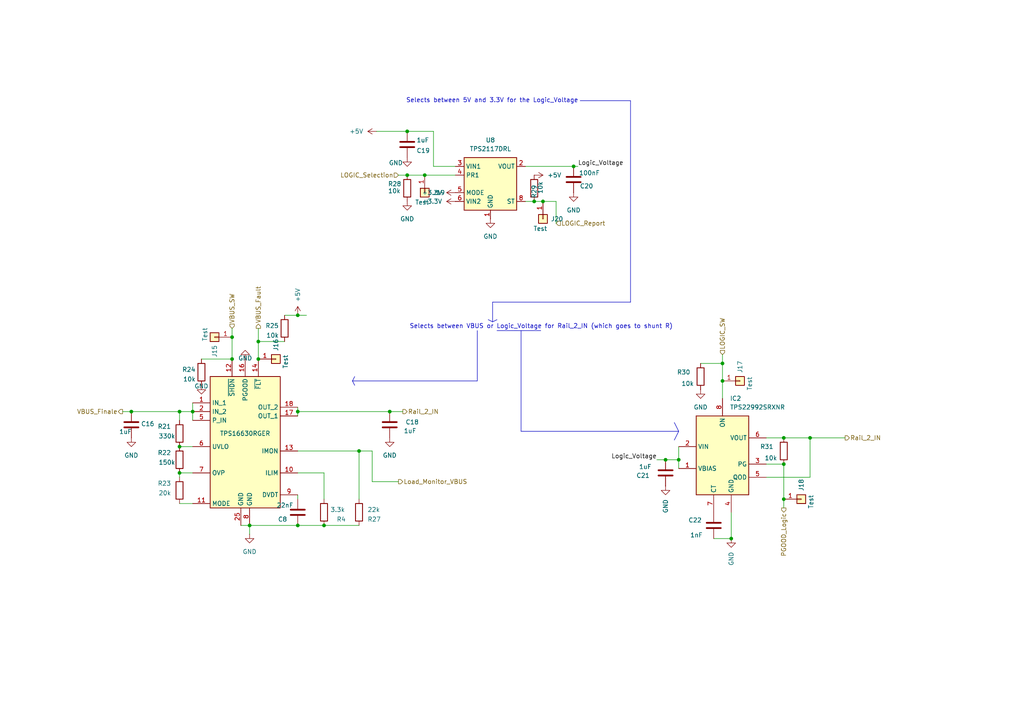
<source format=kicad_sch>
(kicad_sch (version 20250114) (generator "eeschema") (generator_version "9.0")
  (paper "A4")
  (title_block (title "USB PD PPS for breadboards") (date "2025-05-01") (rev "V1") (comment 1 "Licensed under CC BY-NC-SA 4.0 (c) 2025 Shinui"))
  (lib_symbols
    (symbol "Connector_Generic:Conn_01x01" (pin_names (offset 1.016) (hide yes))
      (property "Reference" "J" (at 0 2.54 0))
      (property "Value" "Conn_01x01" (at 0 -2.54 0))
      (symbol "Conn_01x01_1_1"
        (rectangle (start -1.27 1.27) (end 1.27 -1.27) (stroke (width 0.254)) (fill (type background)))
        (rectangle (start -1.27 0.127) (end 0 -0.127) (stroke (width 0.1524)))
        (pin passive line (at -5.08 0 0) (length 3.81) (name "Pin_1") (number "1"))
      )
    )
    (symbol "Device:C" (pin_numbers (hide yes)) (pin_names (offset 0.254))
      (property "Reference" "C" (at 0.635 2.54 0))
      (property "Value" "C" (at 0.635 -2.54 0))
      (symbol "C_0_1"
        (polyline (pts (xy -2.032 0.762) (xy 2.032 0.762)) (stroke (width 0.508)))
        (polyline (pts (xy -2.032 -0.762) (xy 2.032 -0.762)) (stroke (width 0.508)))
      )
      (symbol "C_1_1"
        (pin passive line (at 0 3.81 270) (length 2.794) (name "~") (number "1"))
        (pin passive line (at 0 -3.81 90) (length 2.794) (name "~") (number "2"))
      )
    )
    (symbol "Device:R" (pin_numbers (hide yes)) (pin_names (offset 0))
      (property "Reference" "R" (at 2.032 0 90))
      (property "Value" "R" (at 0 0 90))
      (symbol "R_0_1"
        (rectangle (start -1.016 -2.54) (end 1.016 2.54) (stroke (width 0.254)))
      )
      (symbol "R_1_1"
        (pin passive line (at 0 3.81 270) (length 1.27) (name "~") (number "1"))
        (pin passive line (at 0 -3.81 90) (length 1.27) (name "~") (number "2"))
      )
    )
    (symbol "Power_Management:TPS2116DRL"
      (property "Reference" "U" (at -7.874 9.144 0))
      (property "Value" "TPS2116DRL" (at 0.508 -8.89 0))
      (symbol "TPS2116DRL_0_1"
        (rectangle (start -7.62 7.62) (end 7.62 -7.62) (stroke (width 0.254)) (fill (type background)))
      )
      (symbol "TPS2116DRL_1_0"
        (pin power_out line (at 10.16 5.08 180) (length 2.54) (hide yes) (name "VOUT") (number "7"))
      )
      (symbol "TPS2116DRL_1_1"
        (pin power_in line (at -10.16 5.08 0) (length 2.54) (name "VIN1") (number "3"))
        (pin input line (at -10.16 2.54 0) (length 2.54) (name "PR1") (number "4"))
        (pin input line (at -10.16 -2.54 0) (length 2.54) (name "MODE") (number "5"))
        (pin power_in line (at -10.16 -5.08 0) (length 2.54) (name "VIN2") (number "6"))
        (pin power_in line (at 0 -10.16 90) (length 2.54) (name "GND") (number "1"))
        (pin power_out line (at 10.16 5.08 180) (length 2.54) (name "VOUT") (number "2"))
        (pin open_collector line (at 10.16 -5.08 180) (length 2.54) (name "ST") (number "8"))
      )
    )
    (symbol "TPS16630RGER:TPS16630RGER"
      (property "Reference" "IC2" (at 17.3833 -27.94 0))
      (property "Value" "TPS16630RGER" (at 17.3833 -30.48 0))
      (symbol "TPS16630RGER_1_1"
        (rectangle (start 5.08 12.7) (end 25.4 -25.4) (stroke (width 0.254)) (fill (type background)))
        (pin passive line (at 0 5.08 0) (length 5.08) (name "IN_1") (number "1"))
        (pin passive line (at 0 2.54 0) (length 5.08) (name "IN_2") (number "2"))
        (pin passive line (at 0 0 0) (length 5.08) (name "P_IN") (number "5"))
        (pin passive line (at 0 -7.62 0) (length 5.08) (name "UVLO") (number "6"))
        (pin passive line (at 0 -15.24 0) (length 5.08) (name "OVP") (number "7"))
        (pin passive line (at 0 -24.13 0) (length 5.08) (name "MODE") (number "11"))
        (pin passive line (at 11.43 17.78 270) (length 5.08) (name "~{SHDN}") (number "12"))
        (pin passive line (at 13.97 -30.48 90) (length 5.08) (name "GND") (number "25"))
        (pin passive line (at 15.24 17.78 270) (length 5.08) (name "PGOOD") (number "16"))
        (pin passive line (at 16.51 -30.48 90) (length 5.08) (name "GND") (number "8"))
        (pin passive line (at 19.05 17.78 270) (length 5.08) (name "~{FLT}") (number "14"))
        (pin no_connect line (at 22.86 17.78 270) (length 5.08) (hide yes) (name "N.C_3") (number "15"))
        (pin no_connect line (at 22.86 17.78 270) (length 5.08) (hide yes) (name "N.C_4") (number "19"))
        (pin no_connect line (at 22.86 17.78 270) (length 5.08) (hide yes) (name "N.C_5") (number "20"))
        (pin no_connect line (at 22.86 17.78 270) (length 5.08) (hide yes) (name "N.C_6") (number "21"))
        (pin no_connect line (at 22.86 17.78 270) (length 5.08) (hide yes) (name "N.C_7") (number "22"))
        (pin no_connect line (at 22.86 17.78 270) (length 5.08) (hide yes) (name "N.C_8") (number "23"))
        (pin no_connect line (at 22.86 17.78 270) (length 5.08) (hide yes) (name "N.C_9") (number "24"))
        (pin no_connect line (at 22.86 17.78 270) (length 5.08) (hide yes) (name "N.C_1") (number "3"))
        (pin no_connect line (at 22.86 17.78 270) (length 5.08) (hide yes) (name "N.C_2") (number "4"))
        (pin passive line (at 30.48 3.81 180) (length 5.08) (name "OUT_2") (number "18"))
        (pin passive line (at 30.48 1.27 180) (length 5.08) (name "OUT_1") (number "17"))
        (pin passive line (at 30.48 -8.89 180) (length 5.08) (name "IMON") (number "13"))
        (pin passive line (at 30.48 -15.24 180) (length 5.08) (name "ILIM") (number "10"))
        (pin passive line (at 30.48 -21.59 180) (length 5.08) (name "DVDT") (number "9"))
      )
    )
    (symbol "TPS22992SRXNR_1"
      (property "Reference" "IC" (at 26.67 17.78 0))
      (property "Value" "TPS22992SRXNR" (at 26.67 15.24 0))
      (symbol "TPS22992SRXNR_1_1_1"
        (rectangle (start 5.08 12.7) (end 20.32 -10.16) (stroke (width 0.254)) (fill (type background)))
        (pin passive line (at 0 3.81 0) (length 5.08) (name "VIN") (number "2"))
        (pin passive line (at 0 -2.54 0) (length 5.08) (name "VBIAS") (number "1"))
        (pin passive line (at 10.16 -15.24 90) (length 5.08) (name "CT") (number "7"))
        (pin passive line (at 12.7 17.78 270) (length 5.08) (name "ON") (number "8"))
        (pin passive line (at 15.24 -15.24 90) (length 5.08) (name "GND") (number "4"))
        (pin passive line (at 25.4 6.35 180) (length 5.08) (name "VOUT") (number "6"))
        (pin passive line (at 25.4 -1.27 180) (length 5.08) (name "PG") (number "3"))
        (pin passive line (at 25.4 -5.08 180) (length 5.08) (name "QOD") (number "5"))
      )
    )
    (symbol "power:+3.3V" (power) (pin_numbers (hide yes)) (pin_names (offset 0) (hide yes))
      (property "Value" "+3.3V" (at 0 3.556 0))
      (symbol "+3.3V_0_1"
        (polyline (pts (xy -0.762 1.27) (xy 0 2.54)))
        (polyline (pts (xy 0 2.54) (xy 0.762 1.27)))
        (polyline (pts (xy 0 0) (xy 0 2.54)))
      )
      (symbol "+3.3V_1_1"
        (pin power_in line (at 0 0 90) (length 0) (name "~") (number "1"))
      )
    )
    (symbol "power:+5V" (power) (pin_numbers (hide yes)) (pin_names (offset 0) (hide yes))
      (property "Value" "+5V" (at 0 3.556 0))
      (symbol "+5V_0_1"
        (polyline (pts (xy -0.762 1.27) (xy 0 2.54)))
        (polyline (pts (xy 0 2.54) (xy 0.762 1.27)))
        (polyline (pts (xy 0 0) (xy 0 2.54)))
      )
      (symbol "+5V_1_1"
        (pin power_in line (at 0 0 90) (length 0) (name "~") (number "1"))
      )
    )
    (symbol "power:GND" (power) (pin_numbers (hide yes)) (pin_names (offset 0) (hide yes))
      (property "Value" "GND" (at 0 -3.81 0))
      (symbol "GND_0_1"
        (polyline (pts (xy 0 0) (xy 0 -1.27) (xy 1.27 -1.27) (xy 0 -2.54) (xy -1.27 -1.27) (xy 0 -1.27)))
      )
      (symbol "GND_1_1"
        (pin power_in line (at 0 0 270) (length 0) (name "~") (number "1"))
      )
    )
  )
  (text "Selects between VBUS or Logic_Voltage for Rail_2_IN (which goes to shunt R)" (at 156.972 94.742 0) (effects (font (size 1.27 1.27))))
  (text "Selects between 5V and 3.3V for the Logic_Voltage" (at 142.748 29.21 0) (effects (font (size 1.27 1.27))))
  (junction (at 93.98 152.4))
  (junction (at 55.88 119.38))
  (junction (at 227.33 127))
  (junction (at 72.39 152.4))
  (junction (at 154.94 58.42))
  (junction (at 196.85 133.35))
  (junction (at 52.07 119.38))
  (junction (at 67.31 104.14))
  (junction (at 209.55 105.41))
  (junction (at 86.36 119.38))
  (junction (at 74.93 104.14))
  (junction (at 166.37 48.26))
  (junction (at 67.31 97.79))
  (junction (at 234.95 127))
  (junction (at 123.19 50.8))
  (junction (at 209.55 110.49))
  (junction (at 52.07 137.16))
  (junction (at 38.1 119.38))
  (junction (at 86.36 91.44))
  (junction (at 118.11 38.1))
  (junction (at 74.93 99.06))
  (junction (at 157.48 58.42))
  (junction (at 86.36 152.4))
  (junction (at 118.11 50.8))
  (junction (at 193.04 133.35))
  (junction (at 212.09 156.21))
  (junction (at 104.14 130.81))
  (junction (at 227.33 144.78))
  (junction (at 113.03 119.38))
  (junction (at 52.07 129.54))
  (junction (at 227.33 134.62))
  (wire (pts (xy 67.31 97.79) (xy 67.31 104.14)))
  (wire (pts (xy 212.09 148.59) (xy 212.09 156.21)))
  (wire (pts (xy 209.55 102.87) (xy 209.55 105.41)))
  (wire (pts (xy 93.98 137.16) (xy 86.36 137.16)))
  (wire (pts (xy 123.19 50.8) (xy 132.08 50.8)))
  (wire (pts (xy 115.57 50.8) (xy 118.11 50.8)))
  (polyline (pts (xy 102.235 110.49) (xy 102.87 111.76)))
  (wire (pts (xy 125.73 38.1) (xy 125.73 48.26)))
  (wire (pts (xy 227.33 144.78) (xy 227.33 147.32)))
  (wire (pts (xy 72.39 154.94) (xy 72.39 152.4)))
  (wire (pts (xy 166.37 48.26) (xy 167.64 48.26)))
  (wire (pts (xy 104.14 130.81) (xy 86.36 130.81)))
  (wire (pts (xy 113.03 119.38) (xy 116.84 119.38)))
  (polyline (pts (xy 151.13 125.095) (xy 196.85 125.095)))
  (wire (pts (xy 227.33 127) (xy 222.25 127)))
  (wire (pts (xy 157.48 58.42) (xy 154.94 58.42)))
  (wire (pts (xy 152.4 48.26) (xy 166.37 48.26)))
  (wire (pts (xy 196.85 129.54) (xy 196.85 133.35)))
  (wire (pts (xy 212.09 156.21) (xy 207.01 156.21)))
  (wire (pts (xy 72.39 152.4) (xy 86.36 152.4)))
  (wire (pts (xy 222.25 134.62) (xy 227.33 134.62)))
  (wire (pts (xy 190.5 133.35) (xy 193.04 133.35)))
  (wire (pts (xy 86.36 119.38) (xy 113.03 119.38)))
  (wire (pts (xy 74.93 99.06) (xy 82.55 99.06)))
  (polyline (pts (xy 142.875 93.345) (xy 144.145 92.71)))
  (wire (pts (xy 222.25 138.43) (xy 234.95 138.43)))
  (wire (pts (xy 38.1 119.38) (xy 52.07 119.38)))
  (wire (pts (xy 69.85 152.4) (xy 72.39 152.4)))
  (wire (pts (xy 196.85 133.35) (xy 196.85 135.89)))
  (wire (pts (xy 93.98 152.4) (xy 104.14 152.4)))
  (wire (pts (xy 104.14 130.81) (xy 107.95 130.81)))
  (wire (pts (xy 234.95 127) (xy 234.95 138.43)))
  (wire (pts (xy 209.55 105.41) (xy 209.55 110.49)))
  (wire (pts (xy 152.4 58.42) (xy 154.94 58.42)))
  (wire (pts (xy 52.07 119.38) (xy 55.88 119.38)))
  (wire (pts (xy 58.42 104.14) (xy 67.31 104.14)))
  (wire (pts (xy 118.11 50.8) (xy 123.19 50.8)))
  (wire (pts (xy 93.98 144.78) (xy 93.98 137.16)))
  (polyline (pts (xy 196.85 125.095) (xy 195.58 127.635)))
  (wire (pts (xy 74.93 95.25) (xy 74.93 99.06)))
  (wire (pts (xy 86.36 152.4) (xy 93.98 152.4)))
  (wire (pts (xy 227.33 127) (xy 234.95 127)))
  (wire (pts (xy 35.56 119.38) (xy 38.1 119.38)))
  (polyline (pts (xy 151.13 95.885) (xy 151.13 125.095)))
  (wire (pts (xy 227.33 134.62) (xy 227.33 144.78)))
  (wire (pts (xy 86.36 119.38) (xy 86.36 120.65)))
  (polyline (pts (xy 168.275 29.21) (xy 182.88 29.21)))
  (wire (pts (xy 107.95 139.7) (xy 115.57 139.7)))
  (wire (pts (xy 52.07 137.16) (xy 55.88 137.16)))
  (wire (pts (xy 86.36 118.11) (xy 86.36 119.38)))
  (wire (pts (xy 52.07 119.38) (xy 52.07 121.92)))
  (polyline (pts (xy 102.235 110.49) (xy 138.43 110.49)))
  (wire (pts (xy 86.36 91.44) (xy 82.55 91.44)))
  (polyline (pts (xy 144.145 95.885) (xy 156.845 95.885)))
  (wire (pts (xy 193.04 133.35) (xy 196.85 133.35)))
  (polyline (pts (xy 195.58 122.555) (xy 196.85 125.095)))
  (wire (pts (xy 161.29 64.77) (xy 161.29 58.42)))
  (wire (pts (xy 52.07 146.05) (xy 55.88 146.05)))
  (wire (pts (xy 161.29 58.42) (xy 157.48 58.42)))
  (wire (pts (xy 67.31 95.25) (xy 67.31 97.79)))
  (wire (pts (xy 55.88 119.38) (xy 55.88 121.92)))
  (polyline (pts (xy 142.875 87.63) (xy 142.875 93.345)))
  (wire (pts (xy 88.9 91.44) (xy 86.36 91.44)))
  (wire (pts (xy 109.22 38.1) (xy 118.11 38.1)))
  (wire (pts (xy 209.55 110.49) (xy 209.55 115.57)))
  (polyline (pts (xy 102.87 109.22) (xy 102.235 110.49)))
  (wire (pts (xy 234.95 127) (xy 245.11 127)))
  (wire (pts (xy 107.95 130.81) (xy 107.95 139.7)))
  (wire (pts (xy 203.2 105.41) (xy 209.55 105.41)))
  (wire (pts (xy 55.88 116.84) (xy 55.88 119.38)))
  (polyline (pts (xy 182.88 29.21) (xy 182.88 87.63)))
  (polyline (pts (xy 138.43 95.885) (xy 138.43 110.49)))
  (wire (pts (xy 52.07 137.16) (xy 52.07 138.43)))
  (wire (pts (xy 52.07 129.54) (xy 55.88 129.54)))
  (polyline (pts (xy 141.605 92.71) (xy 142.875 93.345)))
  (wire (pts (xy 74.93 99.06) (xy 74.93 104.14)))
  (wire (pts (xy 86.36 144.78) (xy 86.36 143.51)))
  (wire (pts (xy 118.11 38.1) (xy 125.73 38.1)))
  (wire (pts (xy 125.73 48.26) (xy 132.08 48.26)))
  (polyline (pts (xy 182.88 87.63) (xy 142.875 87.63)))
  (wire (pts (xy 104.14 144.78) (xy 104.14 130.81)))
  (label "Logic_Voltage" (at 167.64 48.26 0))
  (label "Logic_Voltage" (at 190.5 133.35 180))
  (hierarchical_label "Rail_2_IN" (shape output) (at 245.11 127 0))
  (hierarchical_label "VBUS_Fault" (shape output) (at 74.93 95.25 90))
  (hierarchical_label "LOGIC_Report" (shape input) (at 161.29 64.77 0))
  (hierarchical_label "LOGIC_SW" (shape input) (at 209.55 102.87 90))
  (hierarchical_label "Rail_2_IN" (shape output) (at 116.84 119.38 0))
  (hierarchical_label "Load_Monitor_VBUS" (shape output) (at 115.57 139.7 0))
  (hierarchical_label "PGOOD_Logic" (shape output) (at 227.33 147.32 270))
  (hierarchical_label "VBUS_SW" (shape input) (at 67.31 95.25 90))
  (hierarchical_label "VBUS_Finale" (shape output) (at 35.56 119.38 180))
  (hierarchical_label "LOGIC_Selection" (shape input) (at 115.57 50.8 180))
  (symbol (lib_id "power:GND") (at 38.1 127 0) (unit 1)
    (property "Reference" "#PWR052" (effects (hide yes)))
    (property "Value" "GND" (at 38.1 132.08 0))
    (property "Description" "Power symbol creates a global label with name \"GND\" , ground" (effects (hide yes)))
  )
  (symbol (lib_id "power:GND") (at 142.24 63.5 0) (unit 1)
    (property "Reference" "#PWR062" (effects (hide yes)))
    (property "Value" "GND" (at 142.24 68.58 0))
    (property "Description" "Power symbol creates a global label with name \"GND\" , ground" (effects (hide yes)))
  )
  (symbol (lib_id "power:GND") (at 72.39 154.94 0) (unit 1)
    (property "Reference" "#PWR053" (effects (hide yes)))
    (property "Value" "GND" (at 72.39 160.02 0))
    (property "Description" "Power symbol creates a global label with name \"GND\" , ground" (effects (hide yes)))
  )
  (symbol (lib_id "power:GND") (at 118.11 58.42 0) (unit 1)
    (property "Reference" "#PWR057" (effects (hide yes)))
    (property "Value" "GND" (at 118.11 63.5 0))
    (property "Description" "Power symbol creates a global label with name \"GND\" , ground" (effects (hide yes)))
  )
  (symbol (lib_id "Device:C") (at 38.1 123.19 0) (unit 1)
    (property "Reference" "C16" (at 40.894 122.936 0) (effects (justify left)))
    (property "Value" "1uF" (at 34.544 125.222 0) (effects (justify left)))
    (property "Footprint" "Capacitor_SMD:C_0805_2012Metric" (effects (hide yes)))
    (property "Datasheet" "https://www.lcsc.com/datasheet/lcsc_datasheet_2005191033_Samwha-Capacitor-CS3216X5R106K500NRI_C513774.pdf" (effects (hide yes)))
    (property "Description" "Unpolarized capacitor" (effects (hide yes)))
    (property "LCSC" "C513774" (effects (hide yes)))
  )
  (symbol (lib_id "Device:R") (at 154.94 54.61 180) (unit 1)
    (property "Reference" "R29" (at 154.94 53.594 90) (effects (justify left)))
    (property "Value" "10k" (at 156.718 52.578 90) (effects (justify left)))
    (property "Footprint" "Resistor_SMD:R_0805_2012Metric" (effects (hide yes)))
    (property "Description" "Resistor" (effects (hide yes)))
    (property "LCSC" "C25744" (effects (hide yes)))
  )
  (symbol (lib_id "Device:C") (at 193.04 137.16 180) (unit 1)
    (property "Reference" "C21" (at 188.468 137.922 0) (effects (justify left)))
    (property "Value" "1uF" (at 188.976 135.3819 0) (effects (justify left)))
    (property "Footprint" "Capacitor_SMD:C_0805_2012Metric" (effects (hide yes)))
    (property "Datasheet" "https://www.lcsc.com/datasheet/lcsc_datasheet_2005191033_Samwha-Capacitor-CS3216X5R106K500NRI_C513774.pdf" (effects (hide yes)))
    (property "Description" "Unpolarized capacitor" (effects (hide yes)))
    (property "LCSC" "C513774" (effects (hide yes)))
  )
  (symbol (lib_id "Device:C") (at 166.37 52.07 180) (unit 1)
    (property "Reference" "C20" (at 172.085 53.975 0) (effects (justify left)))
    (property "Value" "100nF" (at 173.99 50.165 0) (effects (justify left)))
    (property "Footprint" "Capacitor_SMD:C_0805_2012Metric" (effects (hide yes)))
    (property "Datasheet" "https://www.lcsc.com/datasheet/lcsc_datasheet_2005191033_Samwha-Capacitor-CS3216X5R106K500NRI_C513774.pdf" (effects (hide yes)))
    (property "Description" "Unpolarized capacitor" (effects (hide yes)))
    (property "LCSC" "C513774" (effects (hide yes)))
  )
  (symbol (lib_id "power:+5V") (at 109.22 38.1 90) (unit 1)
    (property "Reference" "#PWR058" (effects (hide yes)))
    (property "Value" "+5V" (at 105.41 38.0999 90) (effects (justify left)))
    (property "Description" "Power symbol creates a global label with name \"+5V\"" (effects (hide yes)))
  )
  (symbol (lib_id "Connector_Generic:Conn_01x01") (at 80.01 104.14 0) (unit 1)
    (property "Reference" "J16" (at 80.01 101.854 90) (effects (justify left)))
    (property "Value" "Test" (at 82.804 106.934 90) (effects (justify left)))
    (property "Footprint" "Connector_PinSocket_2.54mm:PinSocket_1x01_P2.54mm_Vertical" (effects (hide yes)))
    (property "Description" "Generic connector, single row, 01x01, script generated (kicad-library-utils/schlib/autogen/connector/)" (effects (hide yes)))
  )
  (symbol (lib_id "Device:R") (at 203.2 109.22 0) (unit 1)
    (property "Reference" "R30" (at 196.342 107.95 0) (effects (justify left)))
    (property "Value" "10k" (at 197.612 111.252 0) (effects (justify left)))
    (property "Footprint" "Resistor_SMD:R_0805_2012Metric" (effects (hide yes)))
    (property "Description" "Resistor" (effects (hide yes)))
    (property "LCSC" "C25744" (effects (hide yes)))
  )
  (symbol (lib_id "power:GND") (at 203.2 113.03 0) (unit 1)
    (property "Reference" "#PWR066" (effects (hide yes)))
    (property "Value" "GND" (at 203.2 118.11 0))
    (property "Description" "Power symbol creates a global label with name \"GND\" , ground" (effects (hide yes)))
  )
  (symbol (lib_id "Device:R") (at 104.14 148.59 0) (unit 1)
    (property "Reference" "R27" (at 110.49 150.622 0) (effects (justify right)))
    (property "Value" "22k" (at 110.236 147.828 0) (effects (justify right)))
    (property "Footprint" "Resistor_SMD:R_0805_2012Metric" (effects (hide yes)))
    (property "Description" "Resistor" (effects (hide yes)))
    (property "LCSC" "C103091" (effects (hide yes)))
  )
  (symbol (lib_id "Device:R") (at 52.07 142.24 180) (unit 1)
    (property "Reference" "R23" (at 45.72 140.208 0) (effects (justify right)))
    (property "Value" "20k" (at 45.974 143.002 0) (effects (justify right)))
    (property "Footprint" "Resistor_SMD:R_0805_2012Metric" (effects (hide yes)))
    (property "Description" "Resistor" (effects (hide yes)))
    (property "LCSC" "C103091" (effects (hide yes)))
  )
  (symbol (lib_id "power:GND") (at 212.09 156.21 0) (unit 1)
    (property "Reference" "#PWR067" (effects (hide yes)))
    (property "Value" "GND" (at 212.0901 160.02 90) (effects (justify right)))
    (property "Description" "Power symbol creates a global label with name \"GND\" , ground" (effects (hide yes)))
  )
  (symbol (lib_id "Connector_Generic:Conn_01x01") (at 157.48 63.5 270) (unit 1)
    (property "Reference" "J20" (at 159.766 63.5 90) (effects (justify left)))
    (property "Value" "Test" (at 154.686 66.294 90) (effects (justify left)))
    (property "Footprint" "Connector_PinSocket_2.54mm:PinSocket_1x01_P2.54mm_Vertical" (effects (hide yes)))
    (property "Description" "Generic connector, single row, 01x01, script generated (kicad-library-utils/schlib/autogen/connector/)" (effects (hide yes)))
  )
  (symbol (lib_id "power:GND") (at 58.42 111.76 0) (unit 1)
    (property "Reference" "#PWR068" (effects (hide yes)))
    (property "Value" "GND" (at 58.42 112.014 0))
    (property "Description" "Power symbol creates a global label with name \"GND\" , ground" (effects (hide yes)))
  )
  (symbol (lib_id "power:+3.3V") (at 132.08 55.88 90) (unit 1)
    (property "Reference" "#PWR060" (effects (hide yes)))
    (property "Value" "+3.3V" (at 128.27 55.8799 90) (effects (justify left)))
    (property "Description" "Power symbol creates a global label with name \"+3.3V\"" (effects (hide yes)))
  )
  (symbol (lib_id "Device:C") (at 86.36 148.59 180) (unit 1)
    (property "Reference" "C8" (at 83.312 150.622 0) (effects (justify left)))
    (property "Value" "22nF" (at 85.09 146.558 0) (effects (justify left)))
    (property "Footprint" "Capacitor_SMD:C_0805_2012Metric" (effects (hide yes)))
    (property "Datasheet" "https://www.lcsc.com/datasheet/lcsc_datasheet_2005191033_Samwha-Capacitor-CS3216X5R106K500NRI_C513774.pdf" (effects (hide yes)))
    (property "Description" "Unpolarized capacitor" (effects (hide yes)))
    (property "LCSC" "C513774" (effects (hide yes)))
  )
  (symbol (lib_id "Connector_Generic:Conn_01x01") (at 62.23 97.79 180) (unit 1)
    (property "Reference" "J15" (at 62.23 100.076 90) (effects (justify left)))
    (property "Value" "Test" (at 59.436 94.996 90) (effects (justify left)))
    (property "Footprint" "Connector_PinSocket_2.54mm:PinSocket_1x01_P2.54mm_Vertical" (effects (hide yes)))
    (property "Description" "Generic connector, single row, 01x01, script generated (kicad-library-utils/schlib/autogen/connector/)" (effects (hide yes)))
  )
  (symbol (lib_id "Device:R") (at 58.42 107.95 0) (unit 1)
    (property "Reference" "R24" (at 52.832 107.188 0) (effects (justify left)))
    (property "Value" "10k" (at 53.086 109.982 0) (effects (justify left)))
    (property "Footprint" "Resistor_SMD:R_0805_2012Metric" (effects (hide yes)))
    (property "Description" "Resistor" (effects (hide yes)))
    (property "LCSC" "C25744" (effects (hide yes)))
  )
  (symbol (lib_id "Device:C") (at 207.01 152.4 0) (unit 1)
    (property "Reference" "C22" (at 199.644 150.876 0) (effects (justify left)))
    (property "Value" "1nF" (at 200.152 155.194 0) (effects (justify left)))
    (property "Footprint" "Capacitor_SMD:C_0805_2012Metric" (effects (hide yes)))
    (property "Datasheet" "https://www.lcsc.com/datasheet/lcsc_datasheet_2005191033_Samwha-Capacitor-CS3216X5R106K500NRI_C513774.pdf" (effects (hide yes)))
    (property "Description" "Unpolarized capacitor" (effects (hide yes)))
    (property "LCSC" "C513774" (effects (hide yes)))
  )
  (symbol (lib_id "Connector_Generic:Conn_01x01") (at 214.63 110.49 0) (unit 1)
    (property "Reference" "J17" (at 214.63 108.204 90) (effects (justify left)))
    (property "Value" "Test" (at 217.424 113.284 90) (effects (justify left)))
    (property "Footprint" "Connector_PinSocket_2.54mm:PinSocket_1x01_P2.54mm_Vertical" (effects (hide yes)))
    (property "Description" "Generic connector, single row, 01x01, script generated (kicad-library-utils/schlib/autogen/connector/)" (effects (hide yes)))
  )
  (symbol (lib_id "Device:R") (at 52.07 125.73 180) (unit 1)
    (property "Reference" "R21" (at 45.72 123.698 0) (effects (justify right)))
    (property "Value" "330k" (at 45.974 126.492 0) (effects (justify right)))
    (property "Footprint" "Resistor_SMD:R_0805_2012Metric" (effects (hide yes)))
    (property "Description" "Resistor" (effects (hide yes)))
    (property "LCSC" "C103091" (effects (hide yes)))
  )
  (symbol (lib_id "Connector_Generic:Conn_01x01") (at 232.41 144.78 0) (unit 1)
    (property "Reference" "J18" (at 232.41 142.494 90) (effects (justify left)))
    (property "Value" "Test" (at 235.204 147.574 90) (effects (justify left)))
    (property "Footprint" "Connector_PinSocket_2.54mm:PinSocket_1x01_P2.54mm_Vertical" (effects (hide yes)))
    (property "Description" "Generic connector, single row, 01x01, script generated (kicad-library-utils/schlib/autogen/connector/)" (effects (hide yes)))
  )
  (symbol (lib_id "Device:R") (at 227.33 130.81 0) (unit 1)
    (property "Reference" "R31" (at 220.472 129.54 0) (effects (justify left)))
    (property "Value" "10k" (at 221.742 132.842 0) (effects (justify left)))
    (property "Footprint" "Resistor_SMD:R_0805_2012Metric" (effects (hide yes)))
    (property "Description" "Resistor" (effects (hide yes)))
    (property "LCSC" "C25744" (effects (hide yes)))
  )
  (symbol (lib_name "TPS22992SRXNR_1") (lib_id "TPS22992SRXNR:TPS22992SRXNR") (at 196.85 133.35 0) (unit 1)
    (property "Reference" "IC2" (at 211.6933 115.57 0) (effects (justify left)))
    (property "Value" "TPS22992SRXNR" (at 211.6933 118.11 0) (effects (justify left)))
    (property "Footprint" "TPS22992S:TPS22992SRXNR" (effects (hide yes)))
    (property "Datasheet" "https://www.ti.com/lit/ds/symlink/tps22992.pdf?ts=1729567087888&ref_url=https%253A%252F%252Fwww.mouser.sg%252F" (effects (hide yes)))
    (property "Description" "Power Switch ICs - Power Distribution 5.5-V, 6-A, 8.7-m load switch with adjustable rise time and adjustable quick output discha 8-WQFN-HR -40 to 125" (effects (hide yes)))
    (property "Height" "0.8" (effects (hide yes)))
    (property "Manufacturer_Name" "Texas Instruments" (effects (hide yes)))
    (property "Manufacturer_Part_Number" "TPS22992SRXNR" (effects (hide yes)))
    (property "Mouser Part Number" "595-TPS22992SRXNR" (effects (hide yes)))
    (property "Mouser Price/Stock" "https://www.mouser.co.uk/ProductDetail/Texas-Instruments/TPS22992SRXNR?qs=doiCPypUmgHG6zli7ZEMJw%3D%3D" (effects (hide yes)))
  )
  (symbol (lib_id "power:GND") (at 71.12 104.14 180) (unit 1)
    (property "Reference" "#PWR073" (effects (hide yes)))
    (property "Value" "GND" (at 71.12 103.886 0))
    (property "Description" "Power symbol creates a global label with name \"GND\" , ground" (effects (hide yes)))
  )
  (symbol (lib_id "Device:R") (at 82.55 95.25 0) (unit 1)
    (property "Reference" "R25" (at 76.962 94.488 0) (effects (justify left)))
    (property "Value" "10k" (at 77.216 97.282 0) (effects (justify left)))
    (property "Footprint" "Resistor_SMD:R_0805_2012Metric" (effects (hide yes)))
    (property "Description" "Resistor" (effects (hide yes)))
    (property "LCSC" "C25744" (effects (hide yes)))
  )
  (symbol (lib_id "power:GND") (at 113.03 127 0) (unit 1)
    (property "Reference" "#PWR055" (effects (hide yes)))
    (property "Value" "GND" (at 113.03 132.08 0))
    (property "Description" "Power symbol creates a global label with name \"GND\" , ground" (effects (hide yes)))
  )
  (symbol (lib_id "power:+3.3V") (at 132.08 58.42 90) (unit 1)
    (property "Reference" "#PWR061" (effects (hide yes)))
    (property "Value" "+3.3V" (at 128.27 58.4199 90) (effects (justify left)))
    (property "Description" "Power symbol creates a global label with name \"+3.3V\"" (effects (hide yes)))
  )
  (symbol (lib_id "power:GND") (at 166.37 55.88 0) (unit 1)
    (property "Reference" "#PWR064" (effects (hide yes)))
    (property "Value" "GND" (at 166.37 60.96 0))
    (property "Description" "Power symbol creates a global label with name \"GND\" , ground" (effects (hide yes)))
  )
  (symbol (lib_id "Device:C") (at 118.11 41.91 180) (unit 1)
    (property "Reference" "C19" (at 124.714 43.688 0) (effects (justify left)))
    (property "Value" "1uF" (at 124.46 40.64 0) (effects (justify left)))
    (property "Footprint" "Capacitor_SMD:C_0805_2012Metric" (effects (hide yes)))
    (property "Datasheet" "https://www.lcsc.com/datasheet/lcsc_datasheet_2005191033_Samwha-Capacitor-CS3216X5R106K500NRI_C513774.pdf" (effects (hide yes)))
    (property "Description" "Unpolarized capacitor" (effects (hide yes)))
    (property "LCSC" "C513774" (effects (hide yes)))
  )
  (symbol (lib_id "TPS16630RGER:TPS16630RGER") (at 55.88 121.92 0) (unit 1)
    (property "Reference" "IC1" (effects (hide yes)))
    (property "Value" "TPS16630RGER" (at 63.754 125.73 0) (effects (justify left)))
    (property "Footprint" "TPS16630:QFN50P400X400X100-25N" (effects (hide yes)))
    (property "Datasheet" "http://www.ti.com/lit/gpn/TPS1663" (effects (hide yes)))
    (property "Description" "Texas Instruments 60V, 6A Power Limiting eFuse 24-VQFN -40 to 125" (effects (hide yes)))
    (property "Height" "1" (effects (hide yes)))
    (property "Manufacturer_Name" "Texas Instruments" (effects (hide yes)))
    (property "Manufacturer_Part_Number" "TPS16630RGER" (effects (hide yes)))
    (property "Mouser Part Number" "595-TPS16630RGER" (effects (hide yes)))
    (property "Mouser Price/Stock" "https://www.mouser.co.uk/ProductDetail/Texas-Instruments/TPS16630RGER?qs=byeeYqUIh0OvKYMvcgUp9Q%3D%3D" (effects (hide yes)))
    (property "Arrow Part Number" "TPS16630RGER" (effects (hide yes)))
    (property "Arrow Price/Stock" "https://www.arrow.com/en/products/tps16630rger/texas-instruments?utm_currency=USD&region=europe" (effects (hide yes)))
  )
  (symbol (lib_id "Device:C") (at 113.03 123.19 0) (unit 1)
    (property "Reference" "C18" (at 117.602 122.428 0) (effects (justify left)))
    (property "Value" "1uF" (at 117.094 124.9681 0) (effects (justify left)))
    (property "Footprint" "Capacitor_SMD:C_0805_2012Metric" (effects (hide yes)))
    (property "Datasheet" "https://www.lcsc.com/datasheet/lcsc_datasheet_2005191033_Samwha-Capacitor-CS3216X5R106K500NRI_C513774.pdf" (effects (hide yes)))
    (property "Description" "Unpolarized capacitor" (effects (hide yes)))
    (property "LCSC" "C513774" (effects (hide yes)))
  )
  (symbol (lib_id "Device:R") (at 93.98 148.59 0) (unit 1)
    (property "Reference" "R4" (at 100.33 150.622 0) (effects (justify right)))
    (property "Value" "3.3k" (at 100.076 147.828 0) (effects (justify right)))
    (property "Footprint" "Resistor_SMD:R_0805_2012Metric" (effects (hide yes)))
    (property "Description" "Resistor" (effects (hide yes)))
    (property "LCSC" "C103091" (effects (hide yes)))
  )
  (symbol (lib_id "power:+5V") (at 154.94 50.8 270) (unit 1)
    (property "Reference" "#PWR063" (effects (hide yes)))
    (property "Value" "+5V" (at 158.75 50.7999 90) (effects (justify left)))
    (property "Description" "Power symbol creates a global label with name \"+5V\"" (effects (hide yes)))
  )
  (symbol (lib_id "Connector_Generic:Conn_01x01") (at 123.19 55.88 270) (unit 1)
    (property "Reference" "J19" (at 125.476 55.88 90) (effects (justify left)))
    (property "Value" "Test" (at 120.396 58.674 90) (effects (justify left)))
    (property "Footprint" "Connector_PinSocket_2.54mm:PinSocket_1x01_P2.54mm_Vertical" (effects (hide yes)))
    (property "Description" "Generic connector, single row, 01x01, script generated (kicad-library-utils/schlib/autogen/connector/)" (effects (hide yes)))
  )
  (symbol (lib_id "power:GND") (at 193.04 140.97 0) (unit 1)
    (property "Reference" "#PWR065" (effects (hide yes)))
    (property "Value" "GND" (at 193.0401 144.78 90) (effects (justify right)))
    (property "Description" "Power symbol creates a global label with name \"GND\" , ground" (effects (hide yes)))
  )
  (symbol (lib_id "Power_Management:TPS2116DRL") (at 142.24 53.34 0) (unit 1)
    (property "Reference" "U8" (at 142.24 40.64 0))
    (property "Value" "TPS2117DRL" (at 142.24 43.18 0))
    (property "Footprint" "Package_TO_SOT_SMD:SOT-583-8" (effects (hide yes)))
    (property "Datasheet" "https://www.ti.com/lit/ds/symlink/tps2116.pdf" (effects (hide yes)))
    (property "Description" "2 Channnels Power Mux with Manual and Priority Switchover, 1.6-5.5V Input Voltage, 2.5A Output Current, Ron 40 mOhm, SOT-583-8" (effects (hide yes)))
  )
  (symbol (lib_id "Device:R") (at 118.11 54.61 180) (unit 1)
    (property "Reference" "R28" (at 112.522 53.34 0) (effects (justify right)))
    (property "Value" "10k" (at 112.522 55.372 0) (effects (justify right)))
    (property "Footprint" "Resistor_SMD:R_0805_2012Metric" (effects (hide yes)))
    (property "Description" "Resistor" (effects (hide yes)))
    (property "LCSC" "C25744" (effects (hide yes)))
  )
  (symbol (lib_id "Device:R") (at 52.07 133.35 180) (unit 1)
    (property "Reference" "R22" (at 45.72 131.318 0) (effects (justify right)))
    (property "Value" "150k" (at 45.974 134.112 0) (effects (justify right)))
    (property "Footprint" "Resistor_SMD:R_0805_2012Metric" (effects (hide yes)))
    (property "Description" "Resistor" (effects (hide yes)))
    (property "LCSC" "C103091" (effects (hide yes)))
  )
  (symbol (lib_id "power:+5V") (at 86.36 91.44 0) (unit 1)
    (property "Reference" "#PWR054" (effects (hide yes)))
    (property "Value" "+5V" (at 86.3599 87.63 90) (effects (justify left)))
    (property "Description" "Power symbol creates a global label with name \"+5V\"" (effects (hide yes)))
  )
  (symbol (lib_id "power:GND") (at 118.11 45.72 0) (unit 1)
    (property "Reference" "#PWR059" (effects (hide yes)))
    (property "Value" "GND" (at 114.808 47.244 0))
    (property "Description" "Power symbol creates a global label with name \"GND\" , ground" (effects (hide yes)))
  )
)
</source>
